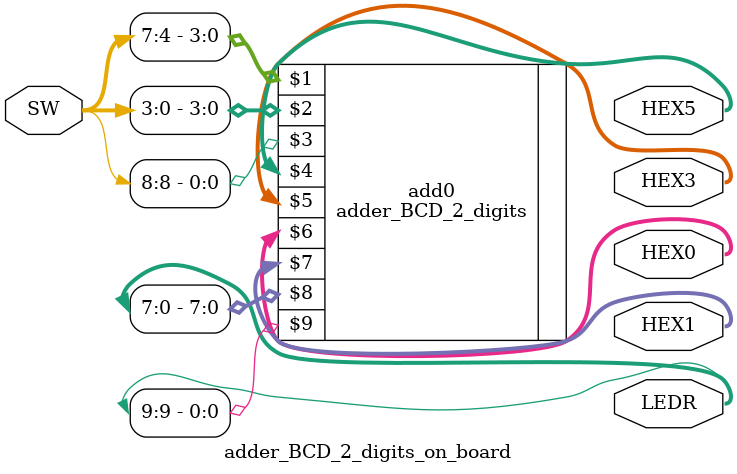
<source format=v>
module adder_BCD_2_digits_on_board(input [8:0] SW,
											  output [0:6] HEX0, HEX1, HEX3, HEX5,
											  output [9:0] LEDR);
											 
	adder_BCD_2_digits add0(SW[7:4], SW[3:0], SW[8], HEX5[0:6], HEX3[0:6], HEX0[0:6], HEX1[0:6], LEDR[7:0], LEDR[9]);
	
endmodule
	
</source>
